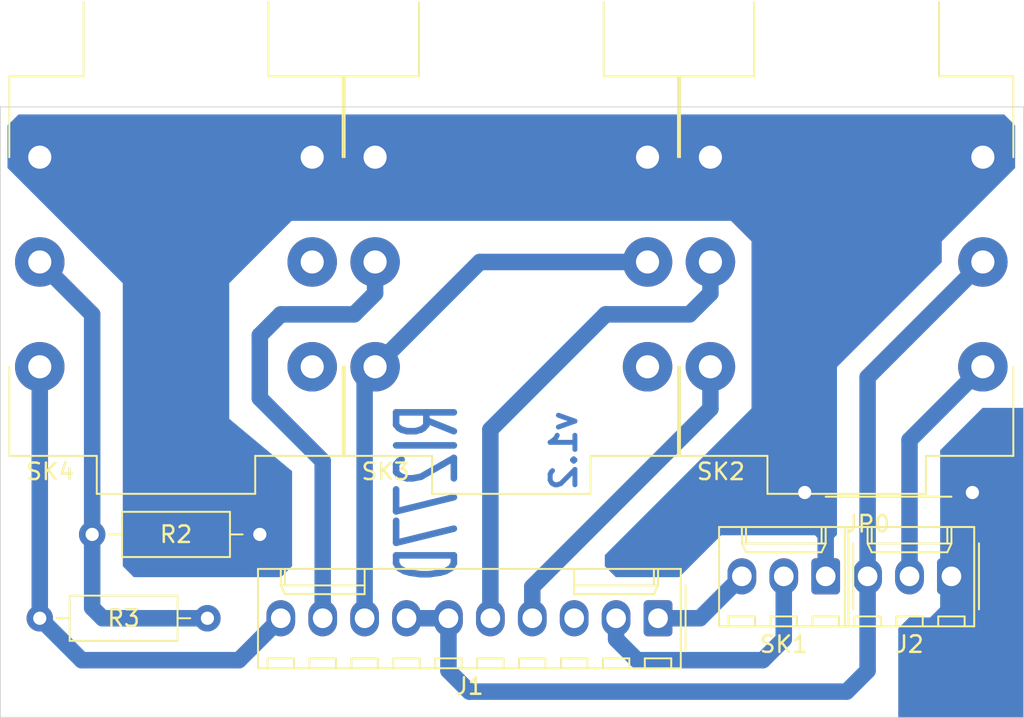
<source format=kicad_pcb>
(kicad_pcb (version 20171130) (host pcbnew 5.1.12-84ad8e8a86~92~ubuntu20.04.1)

  (general
    (thickness 1.6)
    (drawings 20)
    (tracks 62)
    (zones 0)
    (modules 9)
    (nets 17)
  )

  (page A4)
  (layers
    (0 F.Cu signal)
    (31 B.Cu signal)
    (32 B.Adhes user)
    (33 F.Adhes user)
    (34 B.Paste user)
    (35 F.Paste user)
    (36 B.SilkS user)
    (37 F.SilkS user)
    (38 B.Mask user)
    (39 F.Mask user)
    (40 Dwgs.User user)
    (41 Cmts.User user)
    (42 Eco1.User user)
    (43 Eco2.User user)
    (44 Edge.Cuts user)
    (45 Margin user)
    (46 B.CrtYd user)
    (47 F.CrtYd user)
    (48 B.Fab user)
    (49 F.Fab user)
  )

  (setup
    (last_trace_width 1)
    (user_trace_width 1)
    (user_trace_width 4)
    (trace_clearance 0.2)
    (zone_clearance 0.508)
    (zone_45_only no)
    (trace_min 0.2)
    (via_size 0.8)
    (via_drill 0.4)
    (via_min_size 0.4)
    (via_min_drill 0.3)
    (user_via 2 1.2)
    (uvia_size 0.3)
    (uvia_drill 0.1)
    (uvias_allowed no)
    (uvia_min_size 0.2)
    (uvia_min_drill 0.1)
    (edge_width 0.05)
    (segment_width 0.2)
    (pcb_text_width 0.3)
    (pcb_text_size 1.5 1.5)
    (mod_edge_width 0.12)
    (mod_text_size 1.5 1.5)
    (mod_text_width 0.15)
    (pad_size 1.524 1.524)
    (pad_drill 0.762)
    (pad_to_mask_clearance 0)
    (aux_axis_origin 0 0)
    (visible_elements FFFFFF7F)
    (pcbplotparams
      (layerselection 0x01020_7ffffffe)
      (usegerberextensions false)
      (usegerberattributes true)
      (usegerberadvancedattributes true)
      (creategerberjobfile true)
      (excludeedgelayer false)
      (linewidth 0.100000)
      (plotframeref false)
      (viasonmask false)
      (mode 1)
      (useauxorigin false)
      (hpglpennumber 1)
      (hpglpenspeed 20)
      (hpglpendiameter 15.000000)
      (psnegative false)
      (psa4output false)
      (plotreference true)
      (plotvalue true)
      (plotinvisibletext false)
      (padsonsilk false)
      (subtractmaskfromsilk false)
      (outputformat 3)
      (mirror false)
      (drillshape 0)
      (scaleselection 1)
      (outputdirectory ""))
  )

  (net 0 "")
  (net 1 "Net-(J1-Pad1)")
  (net 2 "Net-(J1-Pad2)")
  (net 3 "Net-(J1-Pad3)")
  (net 4 "Net-(J1-Pad4)")
  (net 5 "Net-(J1-Pad5)")
  (net 6 "Net-(J1-Pad6)")
  (net 7 "Net-(J1-Pad8)")
  (net 8 "Net-(J1-Pad9)")
  (net 9 "Net-(J1-Pad10)")
  (net 10 "Net-(J2-Pad2)")
  (net 11 GND)
  (net 12 "Net-(R2-Pad2)")
  (net 13 "Net-(SK3-PadTN)")
  (net 14 "Net-(SK4-PadRN)")
  (net 15 "Net-(SK4-PadTN)")
  (net 16 "Net-(J2-Pad1)")

  (net_class Default "This is the default net class."
    (clearance 0.2)
    (trace_width 0.25)
    (via_dia 0.8)
    (via_drill 0.4)
    (uvia_dia 0.3)
    (uvia_drill 0.1)
    (add_net GND)
    (add_net "Net-(J1-Pad1)")
    (add_net "Net-(J1-Pad10)")
    (add_net "Net-(J1-Pad2)")
    (add_net "Net-(J1-Pad3)")
    (add_net "Net-(J1-Pad4)")
    (add_net "Net-(J1-Pad5)")
    (add_net "Net-(J1-Pad6)")
    (add_net "Net-(J1-Pad8)")
    (add_net "Net-(J1-Pad9)")
    (add_net "Net-(J2-Pad1)")
    (add_net "Net-(J2-Pad2)")
    (add_net "Net-(R2-Pad2)")
    (add_net "Net-(SK3-PadTN)")
    (add_net "Net-(SK4-PadRN)")
    (add_net "Net-(SK4-PadTN)")
  )

  (module TAC:Wire_Bridge_P10.16mm_Horizontal (layer F.Cu) (tedit 5FC55659) (tstamp 5FC5D195)
    (at 88.9 166.37 180)
    (descr "Resistor, Axial_DIN0207 series, Axial, Horizontal, pin pitch=7.62mm, 0.25W = 1/4W, length*diameter=6.3*2.5mm^2, http://cdn-reichelt.de/documents/datenblatt/B400/1_4W%23YAG.pdf")
    (tags "Resistor Axial_DIN0207 series Axial Horizontal pin pitch 7.62mm 0.25W = 1/4W length 6.3mm diameter 2.5mm")
    (path /5FC705CE)
    (fp_text reference JP0 (at 6.35 -1.905) (layer F.SilkS)
      (effects (font (size 1 1) (thickness 0.15)))
    )
    (fp_text value Wire_Bridge (at 3.81 1.905) (layer F.Fab)
      (effects (font (size 1 1) (thickness 0.15)))
    )
    (fp_line (start 0.66 0) (end 9.525 0) (layer F.Fab) (width 0.1))
    (fp_line (start 0 0) (end 0.66 0) (layer F.Fab) (width 0.1))
    (fp_line (start 1.27 -0.254) (end 8.89 -0.254) (layer F.SilkS) (width 0.12))
    (fp_line (start -1.016 -1.016) (end -1.016 1.016) (layer F.CrtYd) (width 0.05))
    (fp_line (start -1.016 1.016) (end 11.176 1.016) (layer F.CrtYd) (width 0.05))
    (fp_line (start 11.176 1.016) (end 11.176 -1.016) (layer F.CrtYd) (width 0.05))
    (fp_line (start 11.176 -1.016) (end -1.016 -1.016) (layer F.CrtYd) (width 0.05))
    (fp_text user %R (at 1.27 -1.905) (layer F.Fab)
      (effects (font (size 1 1) (thickness 0.15)))
    )
    (pad 1 thru_hole circle (at 0 0 180) (size 1.6 1.6) (drill 0.8) (layers *.Cu *.Mask)
      (net 16 "Net-(J2-Pad1)"))
    (pad 2 thru_hole oval (at 10.16 0 180) (size 1.6 1.6) (drill 0.8) (layers *.Cu *.Mask)
      (net 11 GND))
    (model ${KIPRJMOD}/local-libs/local-3dmodels/Wire_Bridge_P10.16mm.step
      (offset (xyz 0 0 -3))
      (scale (xyz 1 1 1))
      (rotate (xyz 0 0 0))
    )
  )

  (module TAC:CL13345 (layer F.Cu) (tedit 5F96A063) (tstamp 5F9867F4)
    (at 40.64 146.05 90)
    (path /5F7D78C7)
    (fp_text reference SK4 (at -19.05 -7.62 180) (layer F.SilkS)
      (effects (font (size 1 1) (thickness 0.15)))
    )
    (fp_text value "Direct Out" (at -6.35 -1.27 270) (layer F.Fab)
      (effects (font (size 1 1) (thickness 0.15)))
    )
    (fp_line (start -20.5 10.1) (end -20.5 -10.1) (layer F.CrtYd) (width 0.05))
    (fp_line (start 9.5 10.1) (end -20.5 10.1) (layer F.CrtYd) (width 0.05))
    (fp_line (start 9.5 -10.1) (end 9.5 10.1) (layer F.CrtYd) (width 0.05))
    (fp_line (start -20.5 -10.1) (end 9.5 -10.1) (layer F.CrtYd) (width 0.05))
    (fp_line (start 4.8 -10) (end 4.8 10) (layer F.Fab) (width 0.12))
    (fp_line (start 4.8 -10) (end -18 -10) (layer F.Fab) (width 0.12))
    (fp_line (start -18 -10) (end -18 10) (layer F.Fab) (width 0.12))
    (fp_line (start -18 10) (end 4.8 10) (layer F.Fab) (width 0.12))
    (fp_line (start -20.3 4.7) (end -20.3 -4.7) (layer F.Fab) (width 0.12))
    (fp_line (start -20.3 -4.7) (end -18 -4.7) (layer F.Fab) (width 0.12))
    (fp_line (start -20.3 4.7) (end -18 4.7) (layer F.Fab) (width 0.12))
    (fp_line (start 9.4 5.5) (end 9.4 -5.5) (layer F.Fab) (width 0.12))
    (fp_line (start 9.4 -5.5) (end 4.8 -5.5) (layer F.Fab) (width 0.12))
    (fp_line (start 9.4 5.5) (end 4.8 5.5) (layer F.Fab) (width 0.12))
    (fp_line (start 9.4 -5.6) (end 4.9 -5.6) (layer F.SilkS) (width 0.12))
    (fp_line (start 4.9 -5.6) (end 4.9 -10.1) (layer F.SilkS) (width 0.12))
    (fp_line (start 4.9 -10.1) (end 0 -10.1) (layer F.SilkS) (width 0.12))
    (fp_line (start 9.4 5.6) (end 4.9 5.6) (layer F.SilkS) (width 0.12))
    (fp_line (start 4.9 5.6) (end 4.9 10.1) (layer F.SilkS) (width 0.12))
    (fp_line (start 4.9 10.1) (end 0 10.1) (layer F.SilkS) (width 0.12))
    (fp_line (start -12.7 -10.1) (end -18.1 -10.1) (layer F.SilkS) (width 0.12))
    (fp_line (start -18.1 -10.1) (end -18.1 -4.8) (layer F.SilkS) (width 0.12))
    (fp_line (start -18.1 -4.8) (end -20.4 -4.8) (layer F.SilkS) (width 0.12))
    (fp_line (start -20.4 -4.8) (end -20.4 4.8) (layer F.SilkS) (width 0.12))
    (fp_line (start -20.4 4.8) (end -18.1 4.8) (layer F.SilkS) (width 0.12))
    (fp_line (start -18.1 4.8) (end -18.1 10.1) (layer F.SilkS) (width 0.12))
    (fp_line (start -18.1 10.1) (end -12.7 10.1) (layer F.SilkS) (width 0.12))
    (fp_text user Jack_6.35mm_Cliff_CL13345 (at -6.35 1.27 90) (layer F.Fab)
      (effects (font (size 1 1) (thickness 0.15)))
    )
    (pad S thru_hole circle (at 0 -8.255 180) (size 3 3) (drill 1.4) (layers *.Cu *.Mask)
      (net 11 GND))
    (pad T thru_hole circle (at -12.7 -8.255 180) (size 3 3) (drill 1.4) (layers *.Cu *.Mask)
      (net 9 "Net-(J1-Pad10)"))
    (pad R thru_hole circle (at -6.35 -8.255 180) (size 3 3) (drill 1.4) (layers *.Cu *.Mask)
      (net 12 "Net-(R2-Pad2)"))
    (pad SN thru_hole circle (at 0 8.255 180) (size 3 3) (drill 1.4) (layers *.Cu *.Mask)
      (net 11 GND))
    (pad RN thru_hole circle (at -6.35 8.255 180) (size 3 3) (drill 1.4) (layers *.Cu *.Mask)
      (net 14 "Net-(SK4-PadRN)"))
    (pad TN thru_hole circle (at -12.7 8.255 180) (size 3 3) (drill 1.4) (layers *.Cu *.Mask)
      (net 15 "Net-(SK4-PadTN)"))
    (model ${KIPRJMOD}/local-libs/local-3dmodels/CL13345.step
      (offset (xyz -18 -10 0))
      (scale (xyz 1 1 1))
      (rotate (xyz 0 0 -90))
    )
  )

  (module TAC:CL13345 (layer F.Cu) (tedit 5F96A063) (tstamp 5F986420)
    (at 60.96 146.05 90)
    (path /5F7D635D)
    (fp_text reference SK3 (at -19.05 -7.62 180) (layer F.SilkS)
      (effects (font (size 1 1) (thickness 0.15)))
    )
    (fp_text value Insert (at -6.35 -1.27 270) (layer F.Fab)
      (effects (font (size 1 1) (thickness 0.15)))
    )
    (fp_line (start -20.5 10.1) (end -20.5 -10.1) (layer F.CrtYd) (width 0.05))
    (fp_line (start 9.5 10.1) (end -20.5 10.1) (layer F.CrtYd) (width 0.05))
    (fp_line (start 9.5 -10.1) (end 9.5 10.1) (layer F.CrtYd) (width 0.05))
    (fp_line (start -20.5 -10.1) (end 9.5 -10.1) (layer F.CrtYd) (width 0.05))
    (fp_line (start 4.8 -10) (end 4.8 10) (layer F.Fab) (width 0.12))
    (fp_line (start 4.8 -10) (end -18 -10) (layer F.Fab) (width 0.12))
    (fp_line (start -18 -10) (end -18 10) (layer F.Fab) (width 0.12))
    (fp_line (start -18 10) (end 4.8 10) (layer F.Fab) (width 0.12))
    (fp_line (start -20.3 4.7) (end -20.3 -4.7) (layer F.Fab) (width 0.12))
    (fp_line (start -20.3 -4.7) (end -18 -4.7) (layer F.Fab) (width 0.12))
    (fp_line (start -20.3 4.7) (end -18 4.7) (layer F.Fab) (width 0.12))
    (fp_line (start 9.4 5.5) (end 9.4 -5.5) (layer F.Fab) (width 0.12))
    (fp_line (start 9.4 -5.5) (end 4.8 -5.5) (layer F.Fab) (width 0.12))
    (fp_line (start 9.4 5.5) (end 4.8 5.5) (layer F.Fab) (width 0.12))
    (fp_line (start 9.4 -5.6) (end 4.9 -5.6) (layer F.SilkS) (width 0.12))
    (fp_line (start 4.9 -5.6) (end 4.9 -10.1) (layer F.SilkS) (width 0.12))
    (fp_line (start 4.9 -10.1) (end 0 -10.1) (layer F.SilkS) (width 0.12))
    (fp_line (start 9.4 5.6) (end 4.9 5.6) (layer F.SilkS) (width 0.12))
    (fp_line (start 4.9 5.6) (end 4.9 10.1) (layer F.SilkS) (width 0.12))
    (fp_line (start 4.9 10.1) (end 0 10.1) (layer F.SilkS) (width 0.12))
    (fp_line (start -12.7 -10.1) (end -18.1 -10.1) (layer F.SilkS) (width 0.12))
    (fp_line (start -18.1 -10.1) (end -18.1 -4.8) (layer F.SilkS) (width 0.12))
    (fp_line (start -18.1 -4.8) (end -20.4 -4.8) (layer F.SilkS) (width 0.12))
    (fp_line (start -20.4 -4.8) (end -20.4 4.8) (layer F.SilkS) (width 0.12))
    (fp_line (start -20.4 4.8) (end -18.1 4.8) (layer F.SilkS) (width 0.12))
    (fp_line (start -18.1 4.8) (end -18.1 10.1) (layer F.SilkS) (width 0.12))
    (fp_line (start -18.1 10.1) (end -12.7 10.1) (layer F.SilkS) (width 0.12))
    (fp_text user Jack_6.35mm_Cliff_CL13345 (at -6.35 1.27 90) (layer F.Fab)
      (effects (font (size 1 1) (thickness 0.15)))
    )
    (pad S thru_hole circle (at 0 -8.255 180) (size 3 3) (drill 1.4) (layers *.Cu *.Mask)
      (net 11 GND))
    (pad T thru_hole circle (at -12.7 -8.255 180) (size 3 3) (drill 1.4) (layers *.Cu *.Mask)
      (net 7 "Net-(J1-Pad8)"))
    (pad R thru_hole circle (at -6.35 -8.255 180) (size 3 3) (drill 1.4) (layers *.Cu *.Mask)
      (net 8 "Net-(J1-Pad9)"))
    (pad SN thru_hole circle (at 0 8.255 180) (size 3 3) (drill 1.4) (layers *.Cu *.Mask)
      (net 11 GND))
    (pad RN thru_hole circle (at -6.35 8.255 180) (size 3 3) (drill 1.4) (layers *.Cu *.Mask)
      (net 7 "Net-(J1-Pad8)"))
    (pad TN thru_hole circle (at -12.7 8.255 180) (size 3 3) (drill 1.4) (layers *.Cu *.Mask)
      (net 13 "Net-(SK3-PadTN)"))
    (model ${KIPRJMOD}/local-libs/local-3dmodels/CL13345.step
      (offset (xyz -18 -10 0))
      (scale (xyz 1 1 1))
      (rotate (xyz 0 0 -90))
    )
  )

  (module TAC:CL13345 (layer F.Cu) (tedit 5F96A063) (tstamp 5F9863FA)
    (at 81.28 146.05 90)
    (path /5F7D3281)
    (fp_text reference SK2 (at -19.05 -7.62 180) (layer F.SilkS)
      (effects (font (size 1 1) (thickness 0.15)))
    )
    (fp_text value "Line Input" (at -6.35 -1.27 270) (layer F.Fab)
      (effects (font (size 1 1) (thickness 0.15)))
    )
    (fp_line (start -20.5 10.1) (end -20.5 -10.1) (layer F.CrtYd) (width 0.05))
    (fp_line (start 9.5 10.1) (end -20.5 10.1) (layer F.CrtYd) (width 0.05))
    (fp_line (start 9.5 -10.1) (end 9.5 10.1) (layer F.CrtYd) (width 0.05))
    (fp_line (start -20.5 -10.1) (end 9.5 -10.1) (layer F.CrtYd) (width 0.05))
    (fp_line (start 4.8 -10) (end 4.8 10) (layer F.Fab) (width 0.12))
    (fp_line (start 4.8 -10) (end -18 -10) (layer F.Fab) (width 0.12))
    (fp_line (start -18 -10) (end -18 10) (layer F.Fab) (width 0.12))
    (fp_line (start -18 10) (end 4.8 10) (layer F.Fab) (width 0.12))
    (fp_line (start -20.3 4.7) (end -20.3 -4.7) (layer F.Fab) (width 0.12))
    (fp_line (start -20.3 -4.7) (end -18 -4.7) (layer F.Fab) (width 0.12))
    (fp_line (start -20.3 4.7) (end -18 4.7) (layer F.Fab) (width 0.12))
    (fp_line (start 9.4 5.5) (end 9.4 -5.5) (layer F.Fab) (width 0.12))
    (fp_line (start 9.4 -5.5) (end 4.8 -5.5) (layer F.Fab) (width 0.12))
    (fp_line (start 9.4 5.5) (end 4.8 5.5) (layer F.Fab) (width 0.12))
    (fp_line (start 9.4 -5.6) (end 4.9 -5.6) (layer F.SilkS) (width 0.12))
    (fp_line (start 4.9 -5.6) (end 4.9 -10.1) (layer F.SilkS) (width 0.12))
    (fp_line (start 4.9 -10.1) (end 0 -10.1) (layer F.SilkS) (width 0.12))
    (fp_line (start 9.4 5.6) (end 4.9 5.6) (layer F.SilkS) (width 0.12))
    (fp_line (start 4.9 5.6) (end 4.9 10.1) (layer F.SilkS) (width 0.12))
    (fp_line (start 4.9 10.1) (end 0 10.1) (layer F.SilkS) (width 0.12))
    (fp_line (start -12.7 -10.1) (end -18.1 -10.1) (layer F.SilkS) (width 0.12))
    (fp_line (start -18.1 -10.1) (end -18.1 -4.8) (layer F.SilkS) (width 0.12))
    (fp_line (start -18.1 -4.8) (end -20.4 -4.8) (layer F.SilkS) (width 0.12))
    (fp_line (start -20.4 -4.8) (end -20.4 4.8) (layer F.SilkS) (width 0.12))
    (fp_line (start -20.4 4.8) (end -18.1 4.8) (layer F.SilkS) (width 0.12))
    (fp_line (start -18.1 4.8) (end -18.1 10.1) (layer F.SilkS) (width 0.12))
    (fp_line (start -18.1 10.1) (end -12.7 10.1) (layer F.SilkS) (width 0.12))
    (fp_text user Jack_6.35mm_Cliff_CL13345 (at -6.35 1.27 90) (layer F.Fab)
      (effects (font (size 1 1) (thickness 0.15)))
    )
    (pad S thru_hole circle (at 0 -8.255 180) (size 3 3) (drill 1.4) (layers *.Cu *.Mask)
      (net 11 GND))
    (pad T thru_hole circle (at -12.7 -8.255 180) (size 3 3) (drill 1.4) (layers *.Cu *.Mask)
      (net 4 "Net-(J1-Pad4)"))
    (pad R thru_hole circle (at -6.35 -8.255 180) (size 3 3) (drill 1.4) (layers *.Cu *.Mask)
      (net 5 "Net-(J1-Pad5)"))
    (pad SN thru_hole circle (at 0 8.255 180) (size 3 3) (drill 1.4) (layers *.Cu *.Mask)
      (net 11 GND))
    (pad RN thru_hole circle (at -6.35 8.255 180) (size 3 3) (drill 1.4) (layers *.Cu *.Mask)
      (net 6 "Net-(J1-Pad6)"))
    (pad TN thru_hole circle (at -12.7 8.255 180) (size 3 3) (drill 1.4) (layers *.Cu *.Mask)
      (net 10 "Net-(J2-Pad2)"))
    (model ${KIPRJMOD}/local-libs/local-3dmodels/CL13345.step
      (offset (xyz -18 -10 0))
      (scale (xyz 1 1 1))
      (rotate (xyz 0 0 -90))
    )
  )

  (module Connector_Molex:Molex_KK-254_AE-6410-03A_1x03_P2.54mm_Vertical (layer F.Cu) (tedit 5EA53D3B) (tstamp 5F986D0C)
    (at 80.01 171.45 180)
    (descr "Molex KK-254 Interconnect System, old/engineering part number: AE-6410-03A example for new part number: 22-27-2031, 3 Pins (http://www.molex.com/pdm_docs/sd/022272021_sd.pdf), generated with kicad-footprint-generator")
    (tags "connector Molex KK-254 vertical")
    (path /5F7C5243)
    (fp_text reference SK1 (at 2.54 -4.12) (layer F.SilkS)
      (effects (font (size 1 1) (thickness 0.15)))
    )
    (fp_text value "MIC Input" (at 2.54 4.08) (layer F.Fab)
      (effects (font (size 1 1) (thickness 0.15)))
    )
    (fp_line (start 6.85 -3.42) (end -1.77 -3.42) (layer F.CrtYd) (width 0.05))
    (fp_line (start 6.85 3.38) (end 6.85 -3.42) (layer F.CrtYd) (width 0.05))
    (fp_line (start -1.77 3.38) (end 6.85 3.38) (layer F.CrtYd) (width 0.05))
    (fp_line (start -1.77 -3.42) (end -1.77 3.38) (layer F.CrtYd) (width 0.05))
    (fp_line (start 5.88 -2.43) (end 5.88 -3.03) (layer F.SilkS) (width 0.12))
    (fp_line (start 4.28 -2.43) (end 5.88 -2.43) (layer F.SilkS) (width 0.12))
    (fp_line (start 4.28 -3.03) (end 4.28 -2.43) (layer F.SilkS) (width 0.12))
    (fp_line (start 3.34 -2.43) (end 3.34 -3.03) (layer F.SilkS) (width 0.12))
    (fp_line (start 1.74 -2.43) (end 3.34 -2.43) (layer F.SilkS) (width 0.12))
    (fp_line (start 1.74 -3.03) (end 1.74 -2.43) (layer F.SilkS) (width 0.12))
    (fp_line (start 0.8 -2.43) (end 0.8 -3.03) (layer F.SilkS) (width 0.12))
    (fp_line (start -0.8 -2.43) (end 0.8 -2.43) (layer F.SilkS) (width 0.12))
    (fp_line (start -0.8 -3.03) (end -0.8 -2.43) (layer F.SilkS) (width 0.12))
    (fp_line (start 4.83 2.99) (end 4.83 1.99) (layer F.SilkS) (width 0.12))
    (fp_line (start 0.25 2.99) (end 0.25 1.99) (layer F.SilkS) (width 0.12))
    (fp_line (start 4.83 1.46) (end 5.08 1.99) (layer F.SilkS) (width 0.12))
    (fp_line (start 0.25 1.46) (end 4.83 1.46) (layer F.SilkS) (width 0.12))
    (fp_line (start 0 1.99) (end 0.25 1.46) (layer F.SilkS) (width 0.12))
    (fp_line (start 5.08 1.99) (end 5.08 2.99) (layer F.SilkS) (width 0.12))
    (fp_line (start 0 1.99) (end 5.08 1.99) (layer F.SilkS) (width 0.12))
    (fp_line (start 0 2.99) (end 0 1.99) (layer F.SilkS) (width 0.12))
    (fp_line (start -0.562893 0) (end -1.27 0.5) (layer F.Fab) (width 0.1))
    (fp_line (start -1.27 -0.5) (end -0.562893 0) (layer F.Fab) (width 0.1))
    (fp_line (start -1.67 -2) (end -1.67 2) (layer F.SilkS) (width 0.12))
    (fp_line (start 6.46 -3.03) (end -1.38 -3.03) (layer F.SilkS) (width 0.12))
    (fp_line (start 6.46 2.99) (end 6.46 -3.03) (layer F.SilkS) (width 0.12))
    (fp_line (start -1.38 2.99) (end 6.46 2.99) (layer F.SilkS) (width 0.12))
    (fp_line (start -1.38 -3.03) (end -1.38 2.99) (layer F.SilkS) (width 0.12))
    (fp_line (start 6.35 -2.92) (end -1.27 -2.92) (layer F.Fab) (width 0.1))
    (fp_line (start 6.35 2.88) (end 6.35 -2.92) (layer F.Fab) (width 0.1))
    (fp_line (start -1.27 2.88) (end 6.35 2.88) (layer F.Fab) (width 0.1))
    (fp_line (start -1.27 -2.92) (end -1.27 2.88) (layer F.Fab) (width 0.1))
    (fp_text user %R (at 2.54 -2.22) (layer F.Fab)
      (effects (font (size 1 1) (thickness 0.15)))
    )
    (pad 3 thru_hole oval (at 5.08 0 180) (size 1.74 2.19) (drill 1.19) (layers *.Cu *.Mask)
      (net 1 "Net-(J1-Pad1)"))
    (pad 2 thru_hole oval (at 2.54 0 180) (size 1.74 2.19) (drill 1.19) (layers *.Cu *.Mask)
      (net 2 "Net-(J1-Pad2)"))
    (pad 1 thru_hole roundrect (at 0 0 180) (size 1.74 2.19) (drill 1.19) (layers *.Cu *.Mask) (roundrect_rratio 0.143678)
      (net 11 GND))
    (model ${KISYS3DMOD}/Connector_Molex.3dshapes/Molex_KK-254_AE-6410-03A_1x03_P2.54mm_Vertical.wrl
      (at (xyz 0 0 0))
      (scale (xyz 1 1 1))
      (rotate (xyz 0 0 0))
    )
  )

  (module Resistor_THT:R_Axial_DIN0207_L6.3mm_D2.5mm_P10.16mm_Horizontal (layer F.Cu) (tedit 5AE5139B) (tstamp 5F9863AC)
    (at 32.385 173.99)
    (descr "Resistor, Axial_DIN0207 series, Axial, Horizontal, pin pitch=10.16mm, 0.25W = 1/4W, length*diameter=6.3*2.5mm^2, http://cdn-reichelt.de/documents/datenblatt/B400/1_4W%23YAG.pdf")
    (tags "Resistor Axial_DIN0207 series Axial Horizontal pin pitch 10.16mm 0.25W = 1/4W length 6.3mm diameter 2.5mm")
    (path /5F7C723B)
    (fp_text reference R3 (at 5.08 0) (layer F.SilkS)
      (effects (font (size 1 1) (thickness 0.15)))
    )
    (fp_text value 3k (at 5.08 2.37) (layer F.Fab)
      (effects (font (size 1 1) (thickness 0.15)))
    )
    (fp_line (start 11.21 -1.5) (end -1.05 -1.5) (layer F.CrtYd) (width 0.05))
    (fp_line (start 11.21 1.5) (end 11.21 -1.5) (layer F.CrtYd) (width 0.05))
    (fp_line (start -1.05 1.5) (end 11.21 1.5) (layer F.CrtYd) (width 0.05))
    (fp_line (start -1.05 -1.5) (end -1.05 1.5) (layer F.CrtYd) (width 0.05))
    (fp_line (start 9.12 0) (end 8.35 0) (layer F.SilkS) (width 0.12))
    (fp_line (start 1.04 0) (end 1.81 0) (layer F.SilkS) (width 0.12))
    (fp_line (start 8.35 -1.37) (end 1.81 -1.37) (layer F.SilkS) (width 0.12))
    (fp_line (start 8.35 1.37) (end 8.35 -1.37) (layer F.SilkS) (width 0.12))
    (fp_line (start 1.81 1.37) (end 8.35 1.37) (layer F.SilkS) (width 0.12))
    (fp_line (start 1.81 -1.37) (end 1.81 1.37) (layer F.SilkS) (width 0.12))
    (fp_line (start 10.16 0) (end 8.23 0) (layer F.Fab) (width 0.1))
    (fp_line (start 0 0) (end 1.93 0) (layer F.Fab) (width 0.1))
    (fp_line (start 8.23 -1.25) (end 1.93 -1.25) (layer F.Fab) (width 0.1))
    (fp_line (start 8.23 1.25) (end 8.23 -1.25) (layer F.Fab) (width 0.1))
    (fp_line (start 1.93 1.25) (end 8.23 1.25) (layer F.Fab) (width 0.1))
    (fp_line (start 1.93 -1.25) (end 1.93 1.25) (layer F.Fab) (width 0.1))
    (fp_text user %R (at 5.08 0) (layer F.Fab)
      (effects (font (size 1 1) (thickness 0.15)))
    )
    (pad 2 thru_hole oval (at 10.16 0) (size 1.6 1.6) (drill 0.8) (layers *.Cu *.Mask)
      (net 12 "Net-(R2-Pad2)"))
    (pad 1 thru_hole circle (at 0 0) (size 1.6 1.6) (drill 0.8) (layers *.Cu *.Mask)
      (net 9 "Net-(J1-Pad10)"))
    (model ${KISYS3DMOD}/Resistor_THT.3dshapes/R_Axial_DIN0207_L6.3mm_D2.5mm_P10.16mm_Horizontal.wrl
      (at (xyz 0 0 0))
      (scale (xyz 1 1 1))
      (rotate (xyz 0 0 0))
    )
  )

  (module Resistor_THT:R_Axial_DIN0207_L6.3mm_D2.5mm_P10.16mm_Horizontal (layer F.Cu) (tedit 5AE5139B) (tstamp 5F986395)
    (at 45.72 168.91 180)
    (descr "Resistor, Axial_DIN0207 series, Axial, Horizontal, pin pitch=10.16mm, 0.25W = 1/4W, length*diameter=6.3*2.5mm^2, http://cdn-reichelt.de/documents/datenblatt/B400/1_4W%23YAG.pdf")
    (tags "Resistor Axial_DIN0207 series Axial Horizontal pin pitch 10.16mm 0.25W = 1/4W length 6.3mm diameter 2.5mm")
    (path /5F7C61CF)
    (fp_text reference R2 (at 5.08 0) (layer F.SilkS)
      (effects (font (size 1 1) (thickness 0.15)))
    )
    (fp_text value 1k (at 5.08 2.37) (layer F.Fab)
      (effects (font (size 1 1) (thickness 0.15)))
    )
    (fp_line (start 11.21 -1.5) (end -1.05 -1.5) (layer F.CrtYd) (width 0.05))
    (fp_line (start 11.21 1.5) (end 11.21 -1.5) (layer F.CrtYd) (width 0.05))
    (fp_line (start -1.05 1.5) (end 11.21 1.5) (layer F.CrtYd) (width 0.05))
    (fp_line (start -1.05 -1.5) (end -1.05 1.5) (layer F.CrtYd) (width 0.05))
    (fp_line (start 9.12 0) (end 8.35 0) (layer F.SilkS) (width 0.12))
    (fp_line (start 1.04 0) (end 1.81 0) (layer F.SilkS) (width 0.12))
    (fp_line (start 8.35 -1.37) (end 1.81 -1.37) (layer F.SilkS) (width 0.12))
    (fp_line (start 8.35 1.37) (end 8.35 -1.37) (layer F.SilkS) (width 0.12))
    (fp_line (start 1.81 1.37) (end 8.35 1.37) (layer F.SilkS) (width 0.12))
    (fp_line (start 1.81 -1.37) (end 1.81 1.37) (layer F.SilkS) (width 0.12))
    (fp_line (start 10.16 0) (end 8.23 0) (layer F.Fab) (width 0.1))
    (fp_line (start 0 0) (end 1.93 0) (layer F.Fab) (width 0.1))
    (fp_line (start 8.23 -1.25) (end 1.93 -1.25) (layer F.Fab) (width 0.1))
    (fp_line (start 8.23 1.25) (end 8.23 -1.25) (layer F.Fab) (width 0.1))
    (fp_line (start 1.93 1.25) (end 8.23 1.25) (layer F.Fab) (width 0.1))
    (fp_line (start 1.93 -1.25) (end 1.93 1.25) (layer F.Fab) (width 0.1))
    (fp_text user %R (at 5.08 0) (layer F.Fab)
      (effects (font (size 1 1) (thickness 0.15)))
    )
    (pad 2 thru_hole oval (at 10.16 0 180) (size 1.6 1.6) (drill 0.8) (layers *.Cu *.Mask)
      (net 12 "Net-(R2-Pad2)"))
    (pad 1 thru_hole circle (at 0 0 180) (size 1.6 1.6) (drill 0.8) (layers *.Cu *.Mask)
      (net 11 GND))
    (model ${KISYS3DMOD}/Resistor_THT.3dshapes/R_Axial_DIN0207_L6.3mm_D2.5mm_P10.16mm_Horizontal.wrl
      (at (xyz 0 0 0))
      (scale (xyz 1 1 1))
      (rotate (xyz 0 0 0))
    )
  )

  (module Connector_Molex:Molex_KK-254_AE-6410-03A_1x03_P2.54mm_Vertical (layer F.Cu) (tedit 5EA53D3B) (tstamp 5F98637E)
    (at 87.63 171.45 180)
    (descr "Molex KK-254 Interconnect System, old/engineering part number: AE-6410-03A example for new part number: 22-27-2031, 3 Pins (http://www.molex.com/pdm_docs/sd/022272021_sd.pdf), generated with kicad-footprint-generator")
    (tags "connector Molex KK-254 vertical")
    (path /5F989AAC)
    (fp_text reference J2 (at 2.54 -4.12) (layer F.SilkS)
      (effects (font (size 1 1) (thickness 0.15)))
    )
    (fp_text value "Tape Return" (at 2.54 4.08) (layer F.Fab)
      (effects (font (size 1 1) (thickness 0.15)))
    )
    (fp_line (start 6.85 -3.42) (end -1.77 -3.42) (layer F.CrtYd) (width 0.05))
    (fp_line (start 6.85 3.38) (end 6.85 -3.42) (layer F.CrtYd) (width 0.05))
    (fp_line (start -1.77 3.38) (end 6.85 3.38) (layer F.CrtYd) (width 0.05))
    (fp_line (start -1.77 -3.42) (end -1.77 3.38) (layer F.CrtYd) (width 0.05))
    (fp_line (start 5.88 -2.43) (end 5.88 -3.03) (layer F.SilkS) (width 0.12))
    (fp_line (start 4.28 -2.43) (end 5.88 -2.43) (layer F.SilkS) (width 0.12))
    (fp_line (start 4.28 -3.03) (end 4.28 -2.43) (layer F.SilkS) (width 0.12))
    (fp_line (start 3.34 -2.43) (end 3.34 -3.03) (layer F.SilkS) (width 0.12))
    (fp_line (start 1.74 -2.43) (end 3.34 -2.43) (layer F.SilkS) (width 0.12))
    (fp_line (start 1.74 -3.03) (end 1.74 -2.43) (layer F.SilkS) (width 0.12))
    (fp_line (start 0.8 -2.43) (end 0.8 -3.03) (layer F.SilkS) (width 0.12))
    (fp_line (start -0.8 -2.43) (end 0.8 -2.43) (layer F.SilkS) (width 0.12))
    (fp_line (start -0.8 -3.03) (end -0.8 -2.43) (layer F.SilkS) (width 0.12))
    (fp_line (start 4.83 2.99) (end 4.83 1.99) (layer F.SilkS) (width 0.12))
    (fp_line (start 0.25 2.99) (end 0.25 1.99) (layer F.SilkS) (width 0.12))
    (fp_line (start 4.83 1.46) (end 5.08 1.99) (layer F.SilkS) (width 0.12))
    (fp_line (start 0.25 1.46) (end 4.83 1.46) (layer F.SilkS) (width 0.12))
    (fp_line (start 0 1.99) (end 0.25 1.46) (layer F.SilkS) (width 0.12))
    (fp_line (start 5.08 1.99) (end 5.08 2.99) (layer F.SilkS) (width 0.12))
    (fp_line (start 0 1.99) (end 5.08 1.99) (layer F.SilkS) (width 0.12))
    (fp_line (start 0 2.99) (end 0 1.99) (layer F.SilkS) (width 0.12))
    (fp_line (start -0.562893 0) (end -1.27 0.5) (layer F.Fab) (width 0.1))
    (fp_line (start -1.27 -0.5) (end -0.562893 0) (layer F.Fab) (width 0.1))
    (fp_line (start -1.67 -2) (end -1.67 2) (layer F.SilkS) (width 0.12))
    (fp_line (start 6.46 -3.03) (end -1.38 -3.03) (layer F.SilkS) (width 0.12))
    (fp_line (start 6.46 2.99) (end 6.46 -3.03) (layer F.SilkS) (width 0.12))
    (fp_line (start -1.38 2.99) (end 6.46 2.99) (layer F.SilkS) (width 0.12))
    (fp_line (start -1.38 -3.03) (end -1.38 2.99) (layer F.SilkS) (width 0.12))
    (fp_line (start 6.35 -2.92) (end -1.27 -2.92) (layer F.Fab) (width 0.1))
    (fp_line (start 6.35 2.88) (end 6.35 -2.92) (layer F.Fab) (width 0.1))
    (fp_line (start -1.27 2.88) (end 6.35 2.88) (layer F.Fab) (width 0.1))
    (fp_line (start -1.27 -2.92) (end -1.27 2.88) (layer F.Fab) (width 0.1))
    (fp_text user %R (at 2.54 -2.22) (layer F.Fab)
      (effects (font (size 1 1) (thickness 0.15)))
    )
    (pad 3 thru_hole oval (at 5.08 0 180) (size 1.74 2.19) (drill 1.19) (layers *.Cu *.Mask)
      (net 6 "Net-(J1-Pad6)"))
    (pad 2 thru_hole oval (at 2.54 0 180) (size 1.74 2.19) (drill 1.19) (layers *.Cu *.Mask)
      (net 10 "Net-(J2-Pad2)"))
    (pad 1 thru_hole roundrect (at 0 0 180) (size 1.74 2.19) (drill 1.19) (layers *.Cu *.Mask) (roundrect_rratio 0.143678)
      (net 16 "Net-(J2-Pad1)"))
    (model ${KISYS3DMOD}/Connector_Molex.3dshapes/Molex_KK-254_AE-6410-03A_1x03_P2.54mm_Vertical.wrl
      (at (xyz 0 0 0))
      (scale (xyz 1 1 1))
      (rotate (xyz 0 0 0))
    )
  )

  (module Connector_Molex:Molex_KK-254_AE-6410-10A_1x10_P2.54mm_Vertical (layer F.Cu) (tedit 5EA53D3B) (tstamp 5F986356)
    (at 69.85 173.99 180)
    (descr "Molex KK-254 Interconnect System, old/engineering part number: AE-6410-10A example for new part number: 22-27-2101, 10 Pins (http://www.molex.com/pdm_docs/sd/022272021_sd.pdf), generated with kicad-footprint-generator")
    (tags "connector Molex KK-254 vertical")
    (path /5F7BCA68)
    (fp_text reference J1 (at 11.43 -4.12) (layer F.SilkS)
      (effects (font (size 1 1) (thickness 0.15)))
    )
    (fp_text value "Ribbon Cable" (at 11.43 4.08) (layer F.Fab)
      (effects (font (size 1 1) (thickness 0.15)))
    )
    (fp_line (start 24.63 -3.42) (end -1.77 -3.42) (layer F.CrtYd) (width 0.05))
    (fp_line (start 24.63 3.38) (end 24.63 -3.42) (layer F.CrtYd) (width 0.05))
    (fp_line (start -1.77 3.38) (end 24.63 3.38) (layer F.CrtYd) (width 0.05))
    (fp_line (start -1.77 -3.42) (end -1.77 3.38) (layer F.CrtYd) (width 0.05))
    (fp_line (start 23.66 -2.43) (end 23.66 -3.03) (layer F.SilkS) (width 0.12))
    (fp_line (start 22.06 -2.43) (end 23.66 -2.43) (layer F.SilkS) (width 0.12))
    (fp_line (start 22.06 -3.03) (end 22.06 -2.43) (layer F.SilkS) (width 0.12))
    (fp_line (start 21.12 -2.43) (end 21.12 -3.03) (layer F.SilkS) (width 0.12))
    (fp_line (start 19.52 -2.43) (end 21.12 -2.43) (layer F.SilkS) (width 0.12))
    (fp_line (start 19.52 -3.03) (end 19.52 -2.43) (layer F.SilkS) (width 0.12))
    (fp_line (start 18.58 -2.43) (end 18.58 -3.03) (layer F.SilkS) (width 0.12))
    (fp_line (start 16.98 -2.43) (end 18.58 -2.43) (layer F.SilkS) (width 0.12))
    (fp_line (start 16.98 -3.03) (end 16.98 -2.43) (layer F.SilkS) (width 0.12))
    (fp_line (start 16.04 -2.43) (end 16.04 -3.03) (layer F.SilkS) (width 0.12))
    (fp_line (start 14.44 -2.43) (end 16.04 -2.43) (layer F.SilkS) (width 0.12))
    (fp_line (start 14.44 -3.03) (end 14.44 -2.43) (layer F.SilkS) (width 0.12))
    (fp_line (start 13.5 -2.43) (end 13.5 -3.03) (layer F.SilkS) (width 0.12))
    (fp_line (start 11.9 -2.43) (end 13.5 -2.43) (layer F.SilkS) (width 0.12))
    (fp_line (start 11.9 -3.03) (end 11.9 -2.43) (layer F.SilkS) (width 0.12))
    (fp_line (start 10.96 -2.43) (end 10.96 -3.03) (layer F.SilkS) (width 0.12))
    (fp_line (start 9.36 -2.43) (end 10.96 -2.43) (layer F.SilkS) (width 0.12))
    (fp_line (start 9.36 -3.03) (end 9.36 -2.43) (layer F.SilkS) (width 0.12))
    (fp_line (start 8.42 -2.43) (end 8.42 -3.03) (layer F.SilkS) (width 0.12))
    (fp_line (start 6.82 -2.43) (end 8.42 -2.43) (layer F.SilkS) (width 0.12))
    (fp_line (start 6.82 -3.03) (end 6.82 -2.43) (layer F.SilkS) (width 0.12))
    (fp_line (start 5.88 -2.43) (end 5.88 -3.03) (layer F.SilkS) (width 0.12))
    (fp_line (start 4.28 -2.43) (end 5.88 -2.43) (layer F.SilkS) (width 0.12))
    (fp_line (start 4.28 -3.03) (end 4.28 -2.43) (layer F.SilkS) (width 0.12))
    (fp_line (start 3.34 -2.43) (end 3.34 -3.03) (layer F.SilkS) (width 0.12))
    (fp_line (start 1.74 -2.43) (end 3.34 -2.43) (layer F.SilkS) (width 0.12))
    (fp_line (start 1.74 -3.03) (end 1.74 -2.43) (layer F.SilkS) (width 0.12))
    (fp_line (start 0.8 -2.43) (end 0.8 -3.03) (layer F.SilkS) (width 0.12))
    (fp_line (start -0.8 -2.43) (end 0.8 -2.43) (layer F.SilkS) (width 0.12))
    (fp_line (start -0.8 -3.03) (end -0.8 -2.43) (layer F.SilkS) (width 0.12))
    (fp_line (start 22.61 2.99) (end 22.61 1.99) (layer F.SilkS) (width 0.12))
    (fp_line (start 17.78 1.46) (end 17.78 1.99) (layer F.SilkS) (width 0.12))
    (fp_line (start 22.61 1.46) (end 17.78 1.46) (layer F.SilkS) (width 0.12))
    (fp_line (start 22.86 1.99) (end 22.61 1.46) (layer F.SilkS) (width 0.12))
    (fp_line (start 17.78 1.99) (end 17.78 2.99) (layer F.SilkS) (width 0.12))
    (fp_line (start 22.86 1.99) (end 17.78 1.99) (layer F.SilkS) (width 0.12))
    (fp_line (start 22.86 2.99) (end 22.86 1.99) (layer F.SilkS) (width 0.12))
    (fp_line (start 0.25 2.99) (end 0.25 1.99) (layer F.SilkS) (width 0.12))
    (fp_line (start 5.08 1.46) (end 5.08 1.99) (layer F.SilkS) (width 0.12))
    (fp_line (start 0.25 1.46) (end 5.08 1.46) (layer F.SilkS) (width 0.12))
    (fp_line (start 0 1.99) (end 0.25 1.46) (layer F.SilkS) (width 0.12))
    (fp_line (start 5.08 1.99) (end 5.08 2.99) (layer F.SilkS) (width 0.12))
    (fp_line (start 0 1.99) (end 5.08 1.99) (layer F.SilkS) (width 0.12))
    (fp_line (start 0 2.99) (end 0 1.99) (layer F.SilkS) (width 0.12))
    (fp_line (start -0.562893 0) (end -1.27 0.5) (layer F.Fab) (width 0.1))
    (fp_line (start -1.27 -0.5) (end -0.562893 0) (layer F.Fab) (width 0.1))
    (fp_line (start -1.67 -2) (end -1.67 2) (layer F.SilkS) (width 0.12))
    (fp_line (start 24.24 -3.03) (end -1.38 -3.03) (layer F.SilkS) (width 0.12))
    (fp_line (start 24.24 2.99) (end 24.24 -3.03) (layer F.SilkS) (width 0.12))
    (fp_line (start -1.38 2.99) (end 24.24 2.99) (layer F.SilkS) (width 0.12))
    (fp_line (start -1.38 -3.03) (end -1.38 2.99) (layer F.SilkS) (width 0.12))
    (fp_line (start 24.13 -2.92) (end -1.27 -2.92) (layer F.Fab) (width 0.1))
    (fp_line (start 24.13 2.88) (end 24.13 -2.92) (layer F.Fab) (width 0.1))
    (fp_line (start -1.27 2.88) (end 24.13 2.88) (layer F.Fab) (width 0.1))
    (fp_line (start -1.27 -2.92) (end -1.27 2.88) (layer F.Fab) (width 0.1))
    (fp_text user %R (at 11.43 -2.22) (layer F.Fab)
      (effects (font (size 1 1) (thickness 0.15)))
    )
    (pad 10 thru_hole oval (at 22.86 0 180) (size 1.74 2.19) (drill 1.19) (layers *.Cu *.Mask)
      (net 9 "Net-(J1-Pad10)"))
    (pad 9 thru_hole oval (at 20.32 0 180) (size 1.74 2.19) (drill 1.19) (layers *.Cu *.Mask)
      (net 8 "Net-(J1-Pad9)"))
    (pad 8 thru_hole oval (at 17.78 0 180) (size 1.74 2.19) (drill 1.19) (layers *.Cu *.Mask)
      (net 7 "Net-(J1-Pad8)"))
    (pad 7 thru_hole oval (at 15.24 0 180) (size 1.74 2.19) (drill 1.19) (layers *.Cu *.Mask)
      (net 6 "Net-(J1-Pad6)"))
    (pad 6 thru_hole oval (at 12.7 0 180) (size 1.74 2.19) (drill 1.19) (layers *.Cu *.Mask)
      (net 6 "Net-(J1-Pad6)"))
    (pad 5 thru_hole oval (at 10.16 0 180) (size 1.74 2.19) (drill 1.19) (layers *.Cu *.Mask)
      (net 5 "Net-(J1-Pad5)"))
    (pad 4 thru_hole oval (at 7.62 0 180) (size 1.74 2.19) (drill 1.19) (layers *.Cu *.Mask)
      (net 4 "Net-(J1-Pad4)"))
    (pad 3 thru_hole oval (at 5.08 0 180) (size 1.74 2.19) (drill 1.19) (layers *.Cu *.Mask)
      (net 3 "Net-(J1-Pad3)"))
    (pad 2 thru_hole oval (at 2.54 0 180) (size 1.74 2.19) (drill 1.19) (layers *.Cu *.Mask)
      (net 2 "Net-(J1-Pad2)"))
    (pad 1 thru_hole roundrect (at 0 0 180) (size 1.74 2.19) (drill 1.19) (layers *.Cu *.Mask) (roundrect_rratio 0.143678)
      (net 1 "Net-(J1-Pad1)"))
    (model ${KISYS3DMOD}/Connector_Molex.3dshapes/Molex_KK-254_AE-6410-10A_1x10_P2.54mm_Vertical.wrl
      (at (xyz 0 0 0))
      (scale (xyz 1 1 1))
      (rotate (xyz 0 0 0))
    )
  )

  (gr_poly (pts (xy 92 180) (xy 84.455 180) (xy 84.455 174.625) (xy 85.09 173.99) (xy 86.36 173.99) (xy 86.995 173.355) (xy 86.995 163.83) (xy 89.535 161.29) (xy 92 161.29)) (layer B.Cu) (width 0.1))
  (gr_text R2 (at 40.64 171.45) (layer Cmts.User) (tstamp 5F9877C6)
    (effects (font (size 1.5 1.5) (thickness 0.15)))
  )
  (gr_text R3 (at 37.465 176.53) (layer Cmts.User) (tstamp 5F9877C6)
    (effects (font (size 1.5 1.5) (thickness 0.15)))
  )
  (gr_text SK1 (at 75.565 167.005) (layer Cmts.User) (tstamp 5F9877D6)
    (effects (font (size 1.5 1.5) (thickness 0.15)))
  )
  (gr_text SK4 (at 49.53 167.005 90) (layer Cmts.User) (tstamp 5F9877C6)
    (effects (font (size 1.5 1.5) (thickness 0.15)))
  )
  (gr_text SK3 (at 69.85 167.005 90) (layer Cmts.User) (tstamp 5F9877C6)
    (effects (font (size 1.5 1.5) (thickness 0.15)))
  )
  (gr_text SK2 (at 90.17 167.005 90) (layer Cmts.User)
    (effects (font (size 1.5 1.5) (thickness 0.15)))
  )
  (gr_poly (pts (xy 86.995 151.13) (xy 86.995 152.4) (xy 80.645 158.75) (xy 80.645 168.91) (xy 80.01 169.545) (xy 79.375 168.91) (xy 73.66 168.91) (xy 71.12 171.45) (xy 67.31 171.45) (xy 66.675 170.815) (xy 66.675 170.18) (xy 75.565 161.29) (xy 75.565 151.13) (xy 74.295 149.86) (xy 47.625 149.86) (xy 43.815 153.67) (xy 43.815 161.925) (xy 47.625 165.1) (xy 47.625 170.815) (xy 46.99 171.45) (xy 38.1 171.45) (xy 37.465 170.815) (xy 37.465 153.67) (xy 30.48 146.685) (xy 30.48 144.145) (xy 31.115 143.51) (xy 90.805 143.51) (xy 91.44 144.145) (xy 91.44 146.685)) (layer B.Cu) (width 0.1))
  (gr_line (start 30 143) (end 30 180) (layer Edge.Cuts) (width 0.05) (tstamp 5F984FE4))
  (gr_line (start 92 143) (end 30 143) (layer Edge.Cuts) (width 0.05))
  (gr_line (start 92 180) (end 92 143) (layer Edge.Cuts) (width 0.05))
  (gr_line (start 30 180) (end 92 180) (layer Edge.Cuts) (width 0.05))
  (gr_text + (at 74.93 175.895 90) (layer Cmts.User) (tstamp 5F80852B)
    (effects (font (size 1.5 1.5) (thickness 0.15)))
  )
  (gr_text SCN (at 80.01 177.165 90) (layer Cmts.User) (tstamp 5F80852A)
    (effects (font (size 1.5 1.5) (thickness 0.15)))
  )
  (gr_text - (at 77.47 175.895 90) (layer Cmts.User) (tstamp 5F808529)
    (effects (font (size 1.5 1.5) (thickness 0.15)))
  )
  (gr_text v1.2 (at 64.135 163.83 90) (layer B.Cu) (tstamp 5F808528)
    (effects (font (size 1.5 1.5) (thickness 0.3)) (justify mirror))
  )
  (gr_text TRR (at 85.09 177.165 90) (layer Cmts.User) (tstamp 5F808525)
    (effects (font (size 1.5 1.5) (thickness 0.15)))
  )
  (gr_text TRT (at 82.55 177.165 90) (layer Cmts.User) (tstamp 5F808522)
    (effects (font (size 1.5 1.5) (thickness 0.15)))
  )
  (gr_text RI277D (at 55.88 166.37 90) (layer B.Cu) (tstamp 5F987799)
    (effects (font (size 3.5 2) (thickness 0.4)) (justify mirror))
  )
  (gr_text SCN (at 87.63 177.165 90) (layer Cmts.User) (tstamp 5F8084CB)
    (effects (font (size 1.5 1.5) (thickness 0.15)))
  )

  (segment (start 72.39 173.99) (end 74.93 171.45) (width 1) (layer B.Cu) (net 1))
  (segment (start 69.85 173.99) (end 72.39 173.99) (width 1) (layer B.Cu) (net 1))
  (segment (start 67.31 173.99) (end 67.31 175.26) (width 1) (layer B.Cu) (net 2))
  (segment (start 67.31 175.26) (end 68.58 176.53) (width 1) (layer B.Cu) (net 2))
  (segment (start 68.58 176.53) (end 76.2 176.53) (width 1) (layer B.Cu) (net 2))
  (segment (start 77.47 175.26) (end 77.47 171.45) (width 1) (layer B.Cu) (net 2))
  (segment (start 76.2 176.53) (end 77.47 175.26) (width 1) (layer B.Cu) (net 2))
  (segment (start 73.025 161.29) (end 73.025 158.75) (width 1) (layer B.Cu) (net 4))
  (segment (start 62.23 172.085) (end 73.025 161.29) (width 1) (layer B.Cu) (net 4))
  (segment (start 62.23 173.99) (end 62.23 172.085) (width 1) (layer B.Cu) (net 4))
  (segment (start 59.69 173.99) (end 59.69 162.56) (width 1) (layer B.Cu) (net 5))
  (segment (start 59.69 162.56) (end 66.675 155.575) (width 1) (layer B.Cu) (net 5))
  (segment (start 66.675 155.575) (end 71.755 155.575) (width 1) (layer B.Cu) (net 5))
  (segment (start 73.025 154.305) (end 73.025 152.4) (width 1) (layer B.Cu) (net 5))
  (segment (start 71.755 155.575) (end 73.025 154.305) (width 1) (layer B.Cu) (net 5))
  (segment (start 82.55 159.385) (end 89.535 152.4) (width 1) (layer B.Cu) (net 6))
  (segment (start 82.55 171.45) (end 82.55 159.385) (width 1) (layer B.Cu) (net 6))
  (segment (start 57.15 173.99) (end 57.15 177.165) (width 1) (layer B.Cu) (net 6))
  (segment (start 57.15 177.165) (end 58.42 178.435) (width 1) (layer B.Cu) (net 6))
  (segment (start 58.42 178.435) (end 81.28 178.435) (width 1) (layer B.Cu) (net 6))
  (segment (start 82.55 177.165) (end 82.55 171.45) (width 1) (layer B.Cu) (net 6))
  (segment (start 81.28 178.435) (end 82.55 177.165) (width 1) (layer B.Cu) (net 6))
  (segment (start 57.15 173.99) (end 54.61 173.99) (width 1) (layer B.Cu) (net 6))
  (segment (start 52.07 159.385) (end 52.705 158.75) (width 1) (layer B.Cu) (net 7))
  (segment (start 52.07 173.99) (end 52.07 159.385) (width 1) (layer B.Cu) (net 7))
  (segment (start 52.705 158.75) (end 59.055 152.4) (width 1) (layer B.Cu) (net 7))
  (segment (start 59.055 152.4) (end 69.215 152.4) (width 1) (layer B.Cu) (net 7))
  (segment (start 52.705 152.4) (end 52.705 154.305) (width 1) (layer B.Cu) (net 8))
  (segment (start 52.705 154.305) (end 51.435 155.575) (width 1) (layer B.Cu) (net 8))
  (segment (start 51.435 155.575) (end 46.99 155.575) (width 1) (layer B.Cu) (net 8))
  (segment (start 46.99 155.575) (end 45.72 156.845) (width 1) (layer B.Cu) (net 8))
  (segment (start 45.72 156.845) (end 45.72 160.655) (width 1) (layer B.Cu) (net 8))
  (segment (start 49.53 164.465) (end 49.53 173.99) (width 1) (layer B.Cu) (net 8))
  (segment (start 45.72 160.655) (end 49.53 164.465) (width 1) (layer B.Cu) (net 8))
  (segment (start 32.385 158.75) (end 32.385 173.99) (width 1) (layer B.Cu) (net 9))
  (segment (start 32.385 173.99) (end 34.925 176.53) (width 1) (layer B.Cu) (net 9))
  (segment (start 34.925 176.53) (end 44.45 176.53) (width 1) (layer B.Cu) (net 9))
  (segment (start 44.45 176.53) (end 46.99 173.99) (width 1) (layer B.Cu) (net 9))
  (segment (start 85.09 163.195) (end 89.535 158.75) (width 1) (layer B.Cu) (net 10))
  (segment (start 85.09 171.45) (end 85.09 163.195) (width 1) (layer B.Cu) (net 10))
  (segment (start 48.895 146.05) (end 52.705 146.05) (width 1) (layer B.Cu) (net 11))
  (segment (start 52.705 146.05) (end 69.215 146.05) (width 1) (layer B.Cu) (net 11))
  (segment (start 69.215 146.05) (end 73.025 146.05) (width 1) (layer B.Cu) (net 11))
  (segment (start 45.72 146.05) (end 48.895 146.05) (width 1) (layer B.Cu) (net 11))
  (segment (start 45.72 168.91) (end 45.72 164.465) (width 1) (layer B.Cu) (net 11))
  (segment (start 32.385 146.05) (end 42.545 146.05) (width 1) (layer B.Cu) (net 11))
  (segment (start 42.545 146.05) (end 45.72 146.05) (width 1) (layer B.Cu) (net 11))
  (segment (start 45.72 164.465) (end 42.545 161.29) (width 1) (layer B.Cu) (net 11))
  (segment (start 42.545 161.29) (end 42.545 146.05) (width 1) (layer B.Cu) (net 11))
  (segment (start 80.01 146.05) (end 89.535 146.05) (width 1) (layer B.Cu) (net 11))
  (segment (start 78.74 146.05) (end 80.01 146.05) (width 1) (layer B.Cu) (net 11))
  (segment (start 73.025 146.05) (end 78.74 146.05) (width 1) (layer B.Cu) (net 11))
  (segment (start 80.01 167.64) (end 78.74 166.37) (width 1) (layer B.Cu) (net 11))
  (segment (start 78.74 166.37) (end 78.74 146.05) (width 1) (layer B.Cu) (net 11))
  (segment (start 80.01 171.45) (end 80.01 167.64) (width 1) (layer B.Cu) (net 11))
  (segment (start 35.56 155.575) (end 35.56 168.91) (width 1) (layer B.Cu) (net 12))
  (segment (start 32.385 152.4) (end 35.56 155.575) (width 1) (layer B.Cu) (net 12))
  (segment (start 35.56 168.91) (end 35.56 173.355) (width 1) (layer B.Cu) (net 12))
  (segment (start 36.195 173.99) (end 42.545 173.99) (width 1) (layer B.Cu) (net 12))
  (segment (start 35.56 173.355) (end 36.195 173.99) (width 1) (layer B.Cu) (net 12))
  (segment (start 87.63 167.64) (end 88.9 166.37) (width 1) (layer B.Cu) (net 16))
  (segment (start 87.63 171.45) (end 87.63 167.64) (width 1) (layer B.Cu) (net 16))

)

</source>
